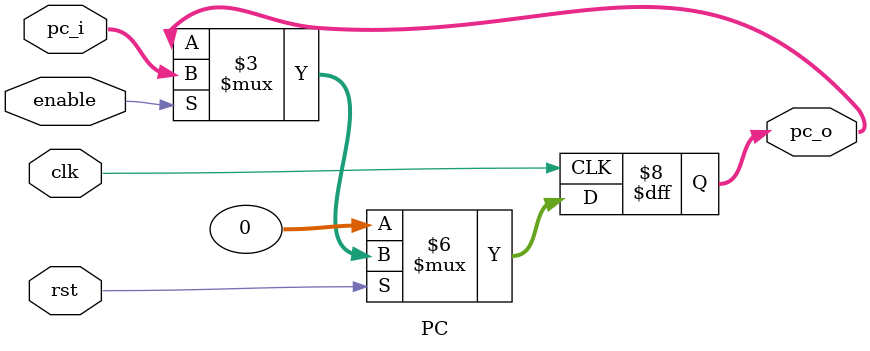
<source format=v>
module PC (
    input clk,
    input rst,
    input [31:0] pc_i,
    input enable,
    output reg [31:0] pc_o
);

always @(posedge clk ) begin
	if (~rst)
		pc_o <=32'b0;
	else if(enable)
		pc_o <= pc_i;
end
endmodule


</source>
